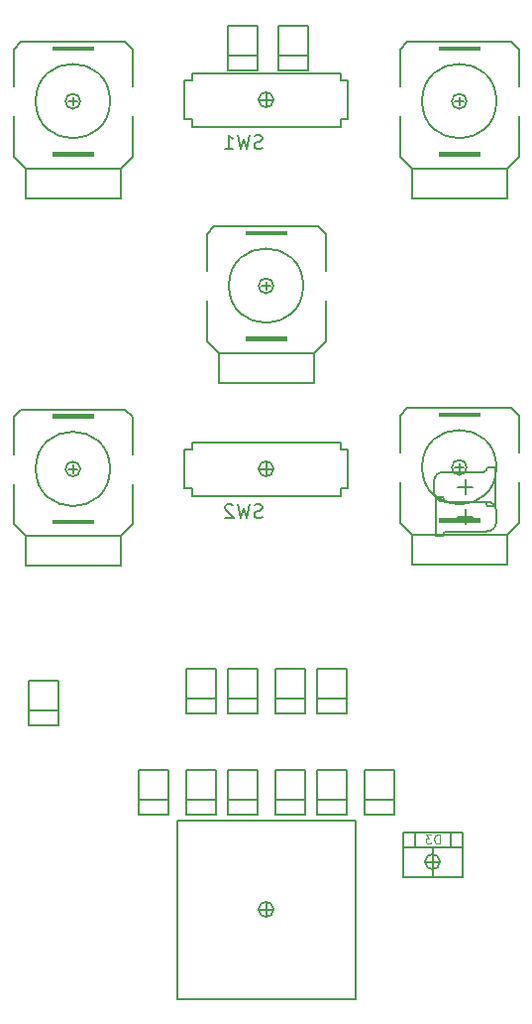
<source format=gbr>
G04 #@! TF.GenerationSoftware,KiCad,Pcbnew,(5.1.6-0-10_14)*
G04 #@! TF.CreationDate,2020-10-04T21:53:57+02:00*
G04 #@! TF.ProjectId,ds,64732e6b-6963-4616-945f-706362585858,rev?*
G04 #@! TF.SameCoordinates,Original*
G04 #@! TF.FileFunction,Legend,Bot*
G04 #@! TF.FilePolarity,Positive*
%FSLAX46Y46*%
G04 Gerber Fmt 4.6, Leading zero omitted, Abs format (unit mm)*
G04 Created by KiCad (PCBNEW (5.1.6-0-10_14)) date 2020-10-04 21:53:57*
%MOMM*%
%LPD*%
G01*
G04 APERTURE LIST*
%ADD10C,0.127000*%
%ADD11C,0.100000*%
%ADD12C,0.152400*%
%ADD13C,0.065024*%
G04 APERTURE END LIST*
D10*
X95885000Y-134620000D02*
G75*
G03*
X95885000Y-134620000I-635000J0D01*
G01*
X95250000Y-135255000D02*
X95250000Y-133985000D01*
X95885000Y-134620000D02*
X94615000Y-134620000D01*
X97790000Y-133350000D02*
X96774000Y-133350000D01*
X96774000Y-133350000D02*
X95250000Y-133350000D01*
X95250000Y-133350000D02*
X93726000Y-133350000D01*
X93726000Y-133350000D02*
X92710000Y-133350000D01*
X92710000Y-133350000D02*
X92710000Y-135890000D01*
X95250000Y-135890000D02*
X97790000Y-135890000D01*
X97790000Y-135890000D02*
X97790000Y-133350000D01*
X95250000Y-133350000D02*
X95250000Y-135890000D01*
X95250000Y-135890000D02*
X92710000Y-135890000D01*
X97790000Y-133350000D02*
X97790000Y-132080000D01*
X97790000Y-132080000D02*
X96774000Y-132080000D01*
X96774000Y-132080000D02*
X93726000Y-132080000D01*
X93726000Y-132080000D02*
X92710000Y-132080000D01*
X92710000Y-132080000D02*
X92710000Y-132461000D01*
X92710000Y-132461000D02*
X92710000Y-133350000D01*
X96774000Y-133350000D02*
X96774000Y-132080000D01*
X93726000Y-133350000D02*
X93726000Y-132080000D01*
X96774000Y-133350000D02*
X96774000Y-132080000D01*
D11*
G36*
X62738000Y-105806000D02*
G01*
X66294000Y-105806000D01*
X66294000Y-105425000D01*
X62738000Y-105425000D01*
X62738000Y-105806000D01*
G37*
G36*
X62738000Y-96789000D02*
G01*
X66294000Y-96789000D01*
X66294000Y-96408000D01*
X62738000Y-96408000D01*
X62738000Y-96789000D01*
G37*
D10*
X68580000Y-106822000D02*
X69596000Y-105806000D01*
X69596000Y-105806000D02*
X69596000Y-102377000D01*
X69596000Y-96662000D02*
X69596000Y-99837000D01*
X59436000Y-105806000D02*
X59436000Y-102377000D01*
X59436000Y-96662000D02*
X59436000Y-99837000D01*
X65151000Y-101107000D02*
G75*
G03*
X65151000Y-101107000I-635000J0D01*
G01*
X60452000Y-109362000D02*
X60452000Y-106822000D01*
X68580000Y-109362000D02*
X60452000Y-109362000D01*
X68580000Y-106822000D02*
X68580000Y-109362000D01*
X60452000Y-106822000D02*
X68580000Y-106822000D01*
X64516000Y-100727000D02*
X64516000Y-101457000D01*
X64151000Y-101092000D02*
X64881000Y-101092000D01*
X59436000Y-105806000D02*
X60452000Y-106822000D01*
X59436000Y-96662000D02*
X60071000Y-96027000D01*
X68961000Y-96027000D02*
X69596000Y-96662000D01*
X60071000Y-96027000D02*
X68961000Y-96027000D01*
X67691000Y-101092000D02*
G75*
G03*
X67691000Y-101092000I-3175000J0D01*
G01*
D11*
G36*
X95758000Y-105664000D02*
G01*
X99314000Y-105664000D01*
X99314000Y-105283000D01*
X95758000Y-105283000D01*
X95758000Y-105664000D01*
G37*
G36*
X95758000Y-96647000D02*
G01*
X99314000Y-96647000D01*
X99314000Y-96266000D01*
X95758000Y-96266000D01*
X95758000Y-96647000D01*
G37*
D10*
X101600000Y-106680000D02*
X102616000Y-105664000D01*
X102616000Y-105664000D02*
X102616000Y-102235000D01*
X102616000Y-96520000D02*
X102616000Y-99695000D01*
X92456000Y-105664000D02*
X92456000Y-102235000D01*
X92456000Y-96520000D02*
X92456000Y-99695000D01*
X98171000Y-100965000D02*
G75*
G03*
X98171000Y-100965000I-635000J0D01*
G01*
X93472000Y-109220000D02*
X93472000Y-106680000D01*
X101600000Y-109220000D02*
X93472000Y-109220000D01*
X101600000Y-106680000D02*
X101600000Y-109220000D01*
X93472000Y-106680000D02*
X101600000Y-106680000D01*
X97536000Y-100585000D02*
X97536000Y-101315000D01*
X97171000Y-100950000D02*
X97901000Y-100950000D01*
X92456000Y-105664000D02*
X93472000Y-106680000D01*
X92456000Y-96520000D02*
X93091000Y-95885000D01*
X101981000Y-95885000D02*
X102616000Y-96520000D01*
X93091000Y-95885000D02*
X101981000Y-95885000D01*
X100711000Y-100950000D02*
G75*
G03*
X100711000Y-100950000I-3175000J0D01*
G01*
X80391000Y-101092000D02*
X81661000Y-101092000D01*
X81026000Y-101727000D02*
X81026000Y-100457000D01*
D12*
X74676000Y-102743000D02*
X74676000Y-103378000D01*
X74676000Y-103378000D02*
X87376000Y-103378000D01*
X87376000Y-103378000D02*
X87376000Y-102743000D01*
X87376000Y-102743000D02*
X88011000Y-102743000D01*
X88011000Y-102743000D02*
X88011000Y-99441000D01*
X88011000Y-99441000D02*
X87376000Y-99441000D01*
X87376000Y-99441000D02*
X87376000Y-98806000D01*
X87376000Y-98806000D02*
X74676000Y-98806000D01*
X74676000Y-98806000D02*
X74676000Y-99441000D01*
X74676000Y-99441000D02*
X74041000Y-99441000D01*
X74041000Y-99441000D02*
X74041000Y-102743000D01*
X74041000Y-102743000D02*
X74676000Y-102743000D01*
D10*
X81661000Y-101092000D02*
G75*
G03*
X81661000Y-101092000I-635000J0D01*
G01*
X80391000Y-69596000D02*
X81661000Y-69596000D01*
X81026000Y-70231000D02*
X81026000Y-68961000D01*
D12*
X74676000Y-71247000D02*
X74676000Y-71882000D01*
X74676000Y-71882000D02*
X87376000Y-71882000D01*
X87376000Y-71882000D02*
X87376000Y-71247000D01*
X87376000Y-71247000D02*
X88011000Y-71247000D01*
X88011000Y-71247000D02*
X88011000Y-67945000D01*
X88011000Y-67945000D02*
X87376000Y-67945000D01*
X87376000Y-67945000D02*
X87376000Y-67310000D01*
X87376000Y-67310000D02*
X74676000Y-67310000D01*
X74676000Y-67310000D02*
X74676000Y-67945000D01*
X74676000Y-67945000D02*
X74041000Y-67945000D01*
X74041000Y-67945000D02*
X74041000Y-71247000D01*
X74041000Y-71247000D02*
X74676000Y-71247000D01*
D10*
X81661000Y-69596000D02*
G75*
G03*
X81661000Y-69596000I-635000J0D01*
G01*
D12*
X88646000Y-131064000D02*
X73406000Y-131064000D01*
X73406000Y-131064000D02*
X73406000Y-146304000D01*
X73406000Y-146304000D02*
X88646000Y-146304000D01*
X88646000Y-146304000D02*
X88646000Y-131064000D01*
D10*
X81026000Y-138049000D02*
X81026000Y-139319000D01*
X80391000Y-138684000D02*
X81661000Y-138684000D01*
X81661000Y-138684000D02*
G75*
G03*
X81661000Y-138684000I-635000J0D01*
G01*
D11*
G36*
X62738000Y-74422000D02*
G01*
X66294000Y-74422000D01*
X66294000Y-74041000D01*
X62738000Y-74041000D01*
X62738000Y-74422000D01*
G37*
G36*
X62738000Y-65405000D02*
G01*
X66294000Y-65405000D01*
X66294000Y-65024000D01*
X62738000Y-65024000D01*
X62738000Y-65405000D01*
G37*
D10*
X68580000Y-75438000D02*
X69596000Y-74422000D01*
X69596000Y-74422000D02*
X69596000Y-70993000D01*
X69596000Y-65278000D02*
X69596000Y-68453000D01*
X59436000Y-74422000D02*
X59436000Y-70993000D01*
X59436000Y-65278000D02*
X59436000Y-68453000D01*
X65151000Y-69723000D02*
G75*
G03*
X65151000Y-69723000I-635000J0D01*
G01*
X60452000Y-77978000D02*
X60452000Y-75438000D01*
X68580000Y-77978000D02*
X60452000Y-77978000D01*
X68580000Y-75438000D02*
X68580000Y-77978000D01*
X60452000Y-75438000D02*
X68580000Y-75438000D01*
X64516000Y-69343000D02*
X64516000Y-70073000D01*
X64151000Y-69708000D02*
X64881000Y-69708000D01*
X59436000Y-74422000D02*
X60452000Y-75438000D01*
X59436000Y-65278000D02*
X60071000Y-64643000D01*
X68961000Y-64643000D02*
X69596000Y-65278000D01*
X60071000Y-64643000D02*
X68961000Y-64643000D01*
X67691000Y-69708000D02*
G75*
G03*
X67691000Y-69708000I-3175000J0D01*
G01*
D11*
G36*
X95758000Y-74422000D02*
G01*
X99314000Y-74422000D01*
X99314000Y-74041000D01*
X95758000Y-74041000D01*
X95758000Y-74422000D01*
G37*
G36*
X95758000Y-65405000D02*
G01*
X99314000Y-65405000D01*
X99314000Y-65024000D01*
X95758000Y-65024000D01*
X95758000Y-65405000D01*
G37*
D10*
X101600000Y-75438000D02*
X102616000Y-74422000D01*
X102616000Y-74422000D02*
X102616000Y-70993000D01*
X102616000Y-65278000D02*
X102616000Y-68453000D01*
X92456000Y-74422000D02*
X92456000Y-70993000D01*
X92456000Y-65278000D02*
X92456000Y-68453000D01*
X98171000Y-69723000D02*
G75*
G03*
X98171000Y-69723000I-635000J0D01*
G01*
X93472000Y-77978000D02*
X93472000Y-75438000D01*
X101600000Y-77978000D02*
X93472000Y-77978000D01*
X101600000Y-75438000D02*
X101600000Y-77978000D01*
X93472000Y-75438000D02*
X101600000Y-75438000D01*
X97536000Y-69343000D02*
X97536000Y-70073000D01*
X97171000Y-69708000D02*
X97901000Y-69708000D01*
X92456000Y-74422000D02*
X93472000Y-75438000D01*
X92456000Y-65278000D02*
X93091000Y-64643000D01*
X101981000Y-64643000D02*
X102616000Y-65278000D01*
X93091000Y-64643000D02*
X101981000Y-64643000D01*
X100711000Y-69708000D02*
G75*
G03*
X100711000Y-69708000I-3175000J0D01*
G01*
D11*
G36*
X79248000Y-90170000D02*
G01*
X82804000Y-90170000D01*
X82804000Y-89789000D01*
X79248000Y-89789000D01*
X79248000Y-90170000D01*
G37*
G36*
X79248000Y-81153000D02*
G01*
X82804000Y-81153000D01*
X82804000Y-80772000D01*
X79248000Y-80772000D01*
X79248000Y-81153000D01*
G37*
D10*
X85090000Y-91186000D02*
X86106000Y-90170000D01*
X86106000Y-90170000D02*
X86106000Y-86741000D01*
X86106000Y-81026000D02*
X86106000Y-84201000D01*
X75946000Y-90170000D02*
X75946000Y-86741000D01*
X75946000Y-81026000D02*
X75946000Y-84201000D01*
X81661000Y-85471000D02*
G75*
G03*
X81661000Y-85471000I-635000J0D01*
G01*
X76962000Y-93726000D02*
X76962000Y-91186000D01*
X85090000Y-93726000D02*
X76962000Y-93726000D01*
X85090000Y-91186000D02*
X85090000Y-93726000D01*
X76962000Y-91186000D02*
X85090000Y-91186000D01*
X81026000Y-85091000D02*
X81026000Y-85821000D01*
X80661000Y-85456000D02*
X81391000Y-85456000D01*
X75946000Y-90170000D02*
X76962000Y-91186000D01*
X75946000Y-81026000D02*
X76581000Y-80391000D01*
X85471000Y-80391000D02*
X86106000Y-81026000D01*
X76581000Y-80391000D02*
X85471000Y-80391000D01*
X84201000Y-85456000D02*
G75*
G03*
X84201000Y-85456000I-3175000J0D01*
G01*
D12*
X84328000Y-118110000D02*
X81788000Y-118110000D01*
X81788000Y-118110000D02*
X81788000Y-120650000D01*
X81788000Y-120650000D02*
X84328000Y-120650000D01*
X84328000Y-120650000D02*
X84328000Y-118110000D01*
X84328000Y-120650000D02*
X84328000Y-121920000D01*
X84328000Y-121920000D02*
X81788000Y-121920000D01*
X81788000Y-121920000D02*
X81788000Y-120650000D01*
X87884000Y-118110000D02*
X85344000Y-118110000D01*
X85344000Y-118110000D02*
X85344000Y-120650000D01*
X85344000Y-120650000D02*
X87884000Y-120650000D01*
X87884000Y-120650000D02*
X87884000Y-118110000D01*
X87884000Y-120650000D02*
X87884000Y-121920000D01*
X87884000Y-121920000D02*
X85344000Y-121920000D01*
X85344000Y-121920000D02*
X85344000Y-120650000D01*
X80264000Y-126746000D02*
X77724000Y-126746000D01*
X77724000Y-126746000D02*
X77724000Y-129286000D01*
X77724000Y-129286000D02*
X80264000Y-129286000D01*
X80264000Y-129286000D02*
X80264000Y-126746000D01*
X80264000Y-129286000D02*
X80264000Y-130556000D01*
X80264000Y-130556000D02*
X77724000Y-130556000D01*
X77724000Y-130556000D02*
X77724000Y-129286000D01*
X87884000Y-126746000D02*
X85344000Y-126746000D01*
X85344000Y-126746000D02*
X85344000Y-129286000D01*
X85344000Y-129286000D02*
X87884000Y-129286000D01*
X87884000Y-129286000D02*
X87884000Y-126746000D01*
X87884000Y-129286000D02*
X87884000Y-130556000D01*
X87884000Y-130556000D02*
X85344000Y-130556000D01*
X85344000Y-130556000D02*
X85344000Y-129286000D01*
X72644000Y-126746000D02*
X70104000Y-126746000D01*
X70104000Y-126746000D02*
X70104000Y-129286000D01*
X70104000Y-129286000D02*
X72644000Y-129286000D01*
X72644000Y-129286000D02*
X72644000Y-126746000D01*
X72644000Y-129286000D02*
X72644000Y-130556000D01*
X72644000Y-130556000D02*
X70104000Y-130556000D01*
X70104000Y-130556000D02*
X70104000Y-129286000D01*
X91948000Y-126746000D02*
X89408000Y-126746000D01*
X89408000Y-126746000D02*
X89408000Y-129286000D01*
X89408000Y-129286000D02*
X91948000Y-129286000D01*
X91948000Y-129286000D02*
X91948000Y-126746000D01*
X91948000Y-129286000D02*
X91948000Y-130556000D01*
X91948000Y-130556000D02*
X89408000Y-130556000D01*
X89408000Y-130556000D02*
X89408000Y-129286000D01*
X84328000Y-126746000D02*
X81788000Y-126746000D01*
X81788000Y-126746000D02*
X81788000Y-129286000D01*
X81788000Y-129286000D02*
X84328000Y-129286000D01*
X84328000Y-129286000D02*
X84328000Y-126746000D01*
X84328000Y-129286000D02*
X84328000Y-130556000D01*
X84328000Y-130556000D02*
X81788000Y-130556000D01*
X81788000Y-130556000D02*
X81788000Y-129286000D01*
X76708000Y-126746000D02*
X74168000Y-126746000D01*
X74168000Y-126746000D02*
X74168000Y-129286000D01*
X74168000Y-129286000D02*
X76708000Y-129286000D01*
X76708000Y-129286000D02*
X76708000Y-126746000D01*
X76708000Y-129286000D02*
X76708000Y-130556000D01*
X76708000Y-130556000D02*
X74168000Y-130556000D01*
X74168000Y-130556000D02*
X74168000Y-129286000D01*
X80264000Y-118110000D02*
X77724000Y-118110000D01*
X77724000Y-118110000D02*
X77724000Y-120650000D01*
X77724000Y-120650000D02*
X80264000Y-120650000D01*
X80264000Y-120650000D02*
X80264000Y-118110000D01*
X80264000Y-120650000D02*
X80264000Y-121920000D01*
X80264000Y-121920000D02*
X77724000Y-121920000D01*
X77724000Y-121920000D02*
X77724000Y-120650000D01*
X63246000Y-119126000D02*
X60706000Y-119126000D01*
X60706000Y-119126000D02*
X60706000Y-121666000D01*
X60706000Y-121666000D02*
X63246000Y-121666000D01*
X63246000Y-121666000D02*
X63246000Y-119126000D01*
X63246000Y-121666000D02*
X63246000Y-122936000D01*
X63246000Y-122936000D02*
X60706000Y-122936000D01*
X60706000Y-122936000D02*
X60706000Y-121666000D01*
X80264000Y-63246000D02*
X77724000Y-63246000D01*
X77724000Y-63246000D02*
X77724000Y-65786000D01*
X77724000Y-65786000D02*
X80264000Y-65786000D01*
X80264000Y-65786000D02*
X80264000Y-63246000D01*
X80264000Y-65786000D02*
X80264000Y-67056000D01*
X80264000Y-67056000D02*
X77724000Y-67056000D01*
X77724000Y-67056000D02*
X77724000Y-65786000D01*
X84582000Y-63246000D02*
X82042000Y-63246000D01*
X82042000Y-63246000D02*
X82042000Y-65786000D01*
X82042000Y-65786000D02*
X84582000Y-65786000D01*
X84582000Y-65786000D02*
X84582000Y-63246000D01*
X84582000Y-65786000D02*
X84582000Y-67056000D01*
X84582000Y-67056000D02*
X82042000Y-67056000D01*
X82042000Y-67056000D02*
X82042000Y-65786000D01*
X76708000Y-118110000D02*
X74168000Y-118110000D01*
X74168000Y-118110000D02*
X74168000Y-120650000D01*
X74168000Y-120650000D02*
X76708000Y-120650000D01*
X76708000Y-120650000D02*
X76708000Y-118110000D01*
X76708000Y-120650000D02*
X76708000Y-121920000D01*
X76708000Y-121920000D02*
X74168000Y-121920000D01*
X74168000Y-121920000D02*
X74168000Y-120650000D01*
D10*
X98679000Y-105156000D02*
X97409000Y-105156000D01*
X98044000Y-105791000D02*
X98044000Y-104521000D01*
X95504000Y-106807000D02*
X96139000Y-106807000D01*
X95504000Y-103505000D02*
X95504000Y-106807000D01*
X96139000Y-103505000D02*
X95504000Y-103505000D01*
X99822000Y-106426000D02*
X96520000Y-106426000D01*
X99822000Y-103886000D02*
X96520000Y-103886000D01*
X100711000Y-105664000D02*
X100711000Y-104648000D01*
X96139000Y-106807000D02*
G75*
G02*
X96520000Y-106426000I381000J0D01*
G01*
X96139000Y-103505000D02*
G75*
G03*
X96520000Y-103886000I381000J0D01*
G01*
X99821999Y-103886001D02*
G75*
G02*
X100711000Y-104648000I63501J-825500D01*
G01*
X100711001Y-105663999D02*
G75*
G02*
X99822000Y-106426000I-825501J63500D01*
G01*
X97409000Y-102616000D02*
X98679000Y-102616000D01*
X98044000Y-101981000D02*
X98044000Y-103251000D01*
X100584000Y-100965000D02*
X99949000Y-100965000D01*
X100584000Y-104267000D02*
X100584000Y-100965000D01*
X99949000Y-104267000D02*
X100584000Y-104267000D01*
X96266000Y-101346000D02*
X99568000Y-101346000D01*
X96266000Y-103886000D02*
X99568000Y-103886000D01*
X95377000Y-102108000D02*
X95377000Y-103124000D01*
X99949000Y-100965000D02*
G75*
G02*
X99568000Y-101346000I-381000J0D01*
G01*
X99949000Y-104267000D02*
G75*
G03*
X99568000Y-103886000I-381000J0D01*
G01*
X96266001Y-103885999D02*
G75*
G02*
X95377000Y-103124000I-63501J825500D01*
G01*
X95376999Y-102108001D02*
G75*
G02*
X96266000Y-101346000I825501J-63500D01*
G01*
D13*
X95853968Y-133069390D02*
X95853968Y-132297230D01*
X95670120Y-132297230D01*
X95559812Y-132334000D01*
X95486273Y-132407539D01*
X95449503Y-132481078D01*
X95412734Y-132628156D01*
X95412734Y-132738464D01*
X95449503Y-132885542D01*
X95486273Y-132959081D01*
X95559812Y-133032620D01*
X95670120Y-133069390D01*
X95853968Y-133069390D01*
X95155347Y-132297230D02*
X94677343Y-132297230D01*
X94934730Y-132591386D01*
X94824421Y-132591386D01*
X94750882Y-132628156D01*
X94714113Y-132664925D01*
X94677343Y-132738464D01*
X94677343Y-132922312D01*
X94714113Y-132995851D01*
X94750882Y-133032620D01*
X94824421Y-133069390D01*
X95045038Y-133069390D01*
X95118577Y-133032620D01*
X95155347Y-132995851D01*
D10*
X80713640Y-105231595D02*
X80541283Y-105289047D01*
X80254021Y-105289047D01*
X80139116Y-105231595D01*
X80081664Y-105174142D01*
X80024211Y-105059238D01*
X80024211Y-104944333D01*
X80081664Y-104829428D01*
X80139116Y-104771976D01*
X80254021Y-104714523D01*
X80483830Y-104657071D01*
X80598735Y-104599619D01*
X80656188Y-104542166D01*
X80713640Y-104427261D01*
X80713640Y-104312357D01*
X80656188Y-104197452D01*
X80598735Y-104140000D01*
X80483830Y-104082547D01*
X80196569Y-104082547D01*
X80024211Y-104140000D01*
X79622045Y-104082547D02*
X79334783Y-105289047D01*
X79104973Y-104427261D01*
X78875164Y-105289047D01*
X78587902Y-104082547D01*
X78185735Y-104197452D02*
X78128283Y-104140000D01*
X78013378Y-104082547D01*
X77726116Y-104082547D01*
X77611211Y-104140000D01*
X77553759Y-104197452D01*
X77496307Y-104312357D01*
X77496307Y-104427261D01*
X77553759Y-104599619D01*
X78243188Y-105289047D01*
X77496307Y-105289047D01*
X80713640Y-73735595D02*
X80541283Y-73793047D01*
X80254021Y-73793047D01*
X80139116Y-73735595D01*
X80081664Y-73678142D01*
X80024211Y-73563238D01*
X80024211Y-73448333D01*
X80081664Y-73333428D01*
X80139116Y-73275976D01*
X80254021Y-73218523D01*
X80483830Y-73161071D01*
X80598735Y-73103619D01*
X80656188Y-73046166D01*
X80713640Y-72931261D01*
X80713640Y-72816357D01*
X80656188Y-72701452D01*
X80598735Y-72644000D01*
X80483830Y-72586547D01*
X80196569Y-72586547D01*
X80024211Y-72644000D01*
X79622045Y-72586547D02*
X79334783Y-73793047D01*
X79104973Y-72931261D01*
X78875164Y-73793047D01*
X78587902Y-72586547D01*
X77496307Y-73793047D02*
X78185735Y-73793047D01*
X77841021Y-73793047D02*
X77841021Y-72586547D01*
X77955926Y-72758904D01*
X78070830Y-72873809D01*
X78185735Y-72931261D01*
M02*

</source>
